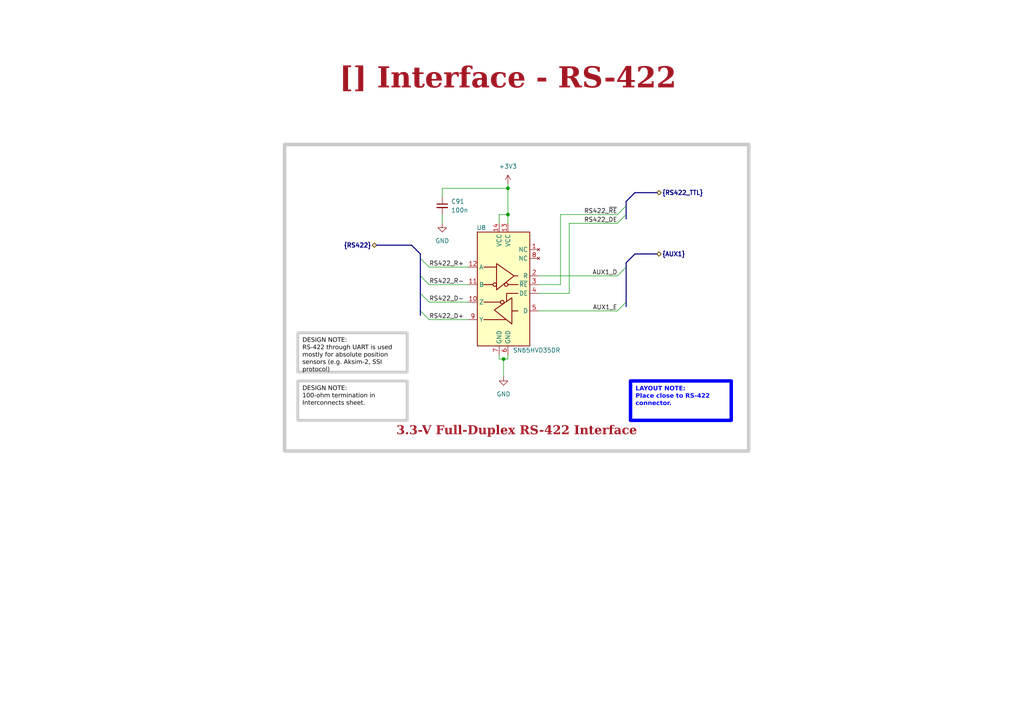
<source format=kicad_sch>
(kicad_sch (version 20230121) (generator eeschema)
  (paper "A4")
  (title_block (title "Interface - RS-422") (date "2023-10-15") (rev "${REVISION}") (company "${COMPANY}") (comment 3 "Author: ${AUTHOR}"))
  (lib_symbols
    (symbol "0_interface_uart:SN65HVD35DR"
      (property "Reference" "U" (at -7.62 19.05 0))
      (property "Value" "SN65HVD35DR" (at 10.16 -16.51 0))
      (symbol "SN65HVD35DR_0_1"
        (rectangle (start -7.62 17.78) (end 7.62 -15.24) (stroke (width 0.254)) (fill (type background)))
      )
      (symbol "SN65HVD35DR_1_1"
        (circle (center -0.762 2.54) (radius 0.508) (stroke (width 0.254)))
        (polyline (pts (xy -4.191 2.54) (xy -1.27 2.54)) (stroke (width 0.254)))
        (polyline (pts (xy -2.54 -5.08) (xy -4.191 -5.08)) (stroke (width 0.254)))
        (polyline (pts (xy -0.635 -7.62) (xy 5.715 -7.62)) (stroke (width 0.254)))
        (polyline (pts (xy 0.889 -2.54) (xy 5.715 -2.54)) (stroke (width 0.254)))
        (polyline (pts (xy 2.032 7.62) (xy 5.715 7.62)) (stroke (width 0.254)))
        (polyline (pts (xy 3.048 2.54) (xy 5.715 2.54)) (stroke (width 0.254)))
        (polyline (pts (xy -4.191 0) (xy -0.889 0) (xy -0.889 -2.286)) (stroke (width 0.254)))
        (polyline (pts (xy -3.175 5.08) (xy -4.191 5.08) (xy -4.064 5.08)) (stroke (width 0.254)))
        (polyline (pts (xy -2.413 -5.08) (xy -2.413 -1.27) (xy 2.667 -4.826) (xy -2.413 -8.89) (xy -2.413 -5.08)) (stroke (width 0.254)))
        (polyline (pts (xy 2.032 4.826) (xy 2.032 8.636) (xy -3.048 5.08) (xy 2.032 1.016) (xy 2.032 4.826)) (stroke (width 0.254)))
        (circle (center 0.381 -2.54) (radius 0.508) (stroke (width 0.254)))
        (circle (center 2.54 2.54) (radius 0.508) (stroke (width 0.254)))
        (pin no_connect line (at -10.16 12.7 0) (length 2.54) (name "NC") (number "1"))
        (pin output line (at 10.16 -2.54 180) (length 2.54) (name "Z") (number "10"))
        (pin input line (at 10.16 2.54 180) (length 2.54) (name "B") (number "11"))
        (pin input line (at 10.16 7.62 180) (length 2.54) (name "A") (number "12"))
        (pin power_in line (at -1.27 20.32 270) (length 2.54) (name "VCC") (number "13"))
        (pin power_in line (at 1.27 20.32 270) (length 2.54) (name "VCC") (number "14"))
        (pin output line (at -10.16 5.08 0) (length 2.54) (name "R") (number "2"))
        (pin input line (at -10.16 2.54 0) (length 2.54) (name "~{RE}") (number "3"))
        (pin input line (at -10.16 0 0) (length 2.54) (name "DE") (number "4"))
        (pin input line (at -10.16 -5.08 0) (length 2.54) (name "D") (number "5"))
        (pin power_in line (at -1.27 -17.78 90) (length 2.54) (name "GND") (number "6"))
        (pin power_in line (at 1.27 -17.78 90) (length 2.54) (name "GND") (number "7"))
        (pin no_connect line (at -10.16 10.16 0) (length 2.54) (name "NC") (number "8"))
        (pin output line (at 10.16 -7.62 180) (length 2.54) (name "Y") (number "9"))
      )
    )
    (symbol "Device:C_Small" (pin_numbers hide) (pin_names (offset 0.254) hide)
      (property "Reference" "C" (at 0.254 1.778 0))
      (property "Value" "C_Small" (at 0.254 -2.032 0))
      (symbol "C_Small_0_1"
        (polyline (pts (xy -1.524 -0.508) (xy 1.524 -0.508)) (stroke (width 0.3302)))
        (polyline (pts (xy -1.524 0.508) (xy 1.524 0.508)) (stroke (width 0.3048)))
      )
      (symbol "C_Small_1_1"
        (pin passive line (at 0 2.54 270) (length 2.032) (name "~") (number "1"))
        (pin passive line (at 0 -2.54 90) (length 2.032) (name "~") (number "2"))
      )
    )
    (symbol "power:+3V3" (power) (pin_names (offset 0))
      (property "Value" "+3V3" (at 0 3.556 0))
      (symbol "+3V3_0_1"
        (polyline (pts (xy -0.762 1.27) (xy 0 2.54)))
        (polyline (pts (xy 0 0) (xy 0 2.54)))
        (polyline (pts (xy 0 2.54) (xy 0.762 1.27)))
      )
      (symbol "+3V3_1_1"
        (pin power_in line (at 0 0 90) (length 0) hide (name "+3V3") (number "1"))
      )
    )
    (symbol "power:GND" (power) (pin_names (offset 0))
      (property "Value" "GND" (at 0 -3.81 0))
      (symbol "GND_0_1"
        (polyline (pts (xy 0 0) (xy 0 -1.27) (xy 1.27 -1.27) (xy 0 -2.54) (xy -1.27 -1.27) (xy 0 -1.27)))
      )
      (symbol "GND_1_1"
        (pin power_in line (at 0 0 270) (length 0) hide (name "GND") (number "1"))
      )
    )
  )
  (junction (at 146.05 104.14))
  (junction (at 147.32 54.61))
  (junction (at 147.32 62.23))
  (bus_entry (at 179.07 90.17) (size 2.54 -2.54))
  (bus_entry (at 179.07 64.77) (size 2.54 -2.54))
  (bus_entry (at 179.07 62.23) (size 2.54 -2.54))
  (bus_entry (at 121.92 90.17) (size 2.54 2.54))
  (bus_entry (at 121.92 80.01) (size 2.54 2.54))
  (bus_entry (at 121.92 74.93) (size 2.54 2.54))
  (bus_entry (at 179.07 80.01) (size 2.54 -2.54))
  (bus_entry (at 121.92 85.09) (size 2.54 2.54))
  (wire (pts (xy 146.05 104.14) (xy 147.32 104.14)))
  (wire (pts (xy 147.32 54.61) (xy 147.32 62.23)))
  (wire (pts (xy 124.46 92.71) (xy 135.89 92.71)))
  (bus (pts (xy 184.15 73.66) (xy 181.61 76.2)))
  (wire (pts (xy 124.46 82.55) (xy 135.89 82.55)))
  (bus (pts (xy 181.61 87.63) (xy 181.61 88.9)))
  (wire (pts (xy 144.78 104.14) (xy 144.78 102.87)))
  (wire (pts (xy 144.78 62.23) (xy 144.78 64.77)))
  (bus (pts (xy 121.92 80.01) (xy 121.92 85.09)))
  (bus (pts (xy 121.92 73.66) (xy 121.92 74.93)))
  (wire (pts (xy 156.21 80.01) (xy 179.07 80.01)))
  (bus (pts (xy 121.92 74.93) (xy 121.92 80.01)))
  (bus (pts (xy 119.38 71.12) (xy 121.92 73.66)))
  (bus (pts (xy 109.22 71.12) (xy 119.38 71.12)))
  (bus (pts (xy 181.61 76.2) (xy 181.61 77.47)))
  (bus (pts (xy 181.61 62.23) (xy 181.61 63.5)))
  (wire (pts (xy 128.27 64.77) (xy 128.27 62.23)))
  (wire (pts (xy 128.27 54.61) (xy 147.32 54.61)))
  (wire (pts (xy 147.32 62.23) (xy 147.32 64.77)))
  (wire (pts (xy 165.1 85.09) (xy 156.21 85.09)))
  (wire (pts (xy 128.27 57.15) (xy 128.27 54.61)))
  (bus (pts (xy 181.61 59.69) (xy 181.61 62.23)))
  (wire (pts (xy 124.46 87.63) (xy 135.89 87.63)))
  (bus (pts (xy 184.15 55.88) (xy 181.61 58.42)))
  (wire (pts (xy 162.56 82.55) (xy 162.56 62.23)))
  (wire (pts (xy 124.46 77.47) (xy 135.89 77.47)))
  (bus (pts (xy 184.15 73.66) (xy 190.5 73.66)))
  (bus (pts (xy 121.92 90.17) (xy 121.92 91.44)))
  (wire (pts (xy 165.1 64.77) (xy 179.07 64.77)))
  (wire (pts (xy 147.32 102.87) (xy 147.32 104.14)))
  (wire (pts (xy 162.56 62.23) (xy 179.07 62.23)))
  (wire (pts (xy 165.1 64.77) (xy 165.1 85.09)))
  (wire (pts (xy 156.21 90.17) (xy 179.07 90.17)))
  (bus (pts (xy 121.92 85.09) (xy 121.92 90.17)))
  (wire (pts (xy 144.78 62.23) (xy 147.32 62.23)))
  (bus (pts (xy 184.15 55.88) (xy 190.5 55.88)))
  (wire (pts (xy 156.21 82.55) (xy 162.56 82.55)))
  (bus (pts (xy 181.61 77.47) (xy 181.61 87.63)))
  (bus (pts (xy 181.61 58.42) (xy 181.61 59.69)))
  (wire (pts (xy 147.32 53.34) (xy 147.32 54.61)))
  (wire (pts (xy 146.05 104.14) (xy 144.78 104.14)))
  (wire (pts (xy 146.05 109.22) (xy 146.05 104.14)))
  (rectangle (start 82.55 41.91) (end 217.17 130.81) (stroke (width 1) (color 200 200 200 1)))
  (text_box "LAYOUT NOTE:\nPlace close to RS-422 connector." (at 182.88 110.49 0) (size 29.21 11.43) (stroke (width 1) (color 0 0 255 1)) (effects (font (size 1.27 1.27) (thickness 0.4) bold) (justify left top)))
  (text_box "DESIGN NOTE:\nRS-422 through UART is used mostly for absolute position sensors (e.g. Aksim-2, SSI protocol)" (at 86.36 96.52 0) (size 31.75 11.43) (stroke (width 0.8) (color 200 200 200 1)) (effects (font (size 1.27 1.27)) (justify left top)))
  (text_box "DESIGN NOTE:\n100-ohm termination in Interconnects sheet." (at 86.36 110.49 0) (size 31.75 11.43) (stroke (width 0.8) (color 200 200 200 1)) (effects (font (size 1.27 1.27)) (justify left top)))
  (text_box "3.3-V Full-Duplex RS-422 Interface" (at 83.82 119.38 0) (size 132.08 8.89) (stroke (width -0.0001)) (effects (font (size 2.54 2.54) (thickness 0.508) bold) (justify bottom)))
  (text_box "[${#}] ${TITLE}" (at 78.74 16.51 0) (size 137.16 12.7) (stroke (width -0.0001)) (effects (font (size 6 6) (thickness 1.2) bold)))
  (label "RS422_~{RE}" (at 179.07 62.23 180))
  (label "RS422_D-" (at 124.46 87.63 0))
  (label "RS422_D+" (at 124.46 92.71 0))
  (label "RS422_R+" (at 124.46 77.47 0))
  (label "AUX1_E" (at 179.07 90.17 180))
  (label "AUX1_D" (at 179.07 80.01 180))
  (label "RS422_DE" (at 179.07 64.77 180))
  (label "RS422_R-" (at 124.46 82.55 0))
  (hierarchical_label "{RS422}" (shape bidirectional) (at 109.22 71.12 180) (effects (font bold)))
  (hierarchical_label "{AUX1}" (shape bidirectional) (at 190.5 73.66 0) (effects (font bold)))
  (hierarchical_label "{RS422_TTL}" (shape bidirectional) (at 190.5 55.88 0) (effects (font bold)))
  (symbol (lib_id "power:+3V3") (at 147.32 53.34 0) (unit 1)
    (property "Reference" "#PWR068" (effects hide))
    (property "Value" "+3V3" (at 147.32 48.26 0))
  )
  (symbol (lib_id "Device:C_Small") (at 128.27 59.69 0) (unit 1)
    (property "Reference" "C91" (at 130.81 58.4263 0) (effects (justify left)))
    (property "Value" "100n" (at 130.81 60.9663 0) (effects (justify left)))
    (property "Footprint" "0_capacitor_smd:C_0402_1005_DensityHigh" (effects hide))
  )
  (symbol (lib_id "power:GND") (at 128.27 64.77 0) (unit 1)
    (property "Reference" "#PWR066" (effects hide))
    (property "Value" "GND" (at 128.27 69.85 0))
  )
  (symbol (lib_id "power:GND") (at 146.05 109.22 0) (unit 1)
    (property "Reference" "#PWR067" (effects hide))
    (property "Value" "GND" (at 146.05 114.3 0))
  )
  (symbol (lib_id "0_interface_uart:SN65HVD35DR") (at 146.05 85.09 0) (mirror y) (unit 1)
    (property "Reference" "U8" (at 140.97 66.04 0) (effects (justify left)))
    (property "Value" "SN65HVD35DR" (at 162.56 101.6 0) (effects (justify left)))
    (property "Footprint" "0_interface_uart:SOIC-14 5.4mm" (effects hide))
    (property "Datasheet" "https://www.ti.com/lit/ds/symlink/sn65hvd30.pdf" (effects hide))
  )
)
</source>
